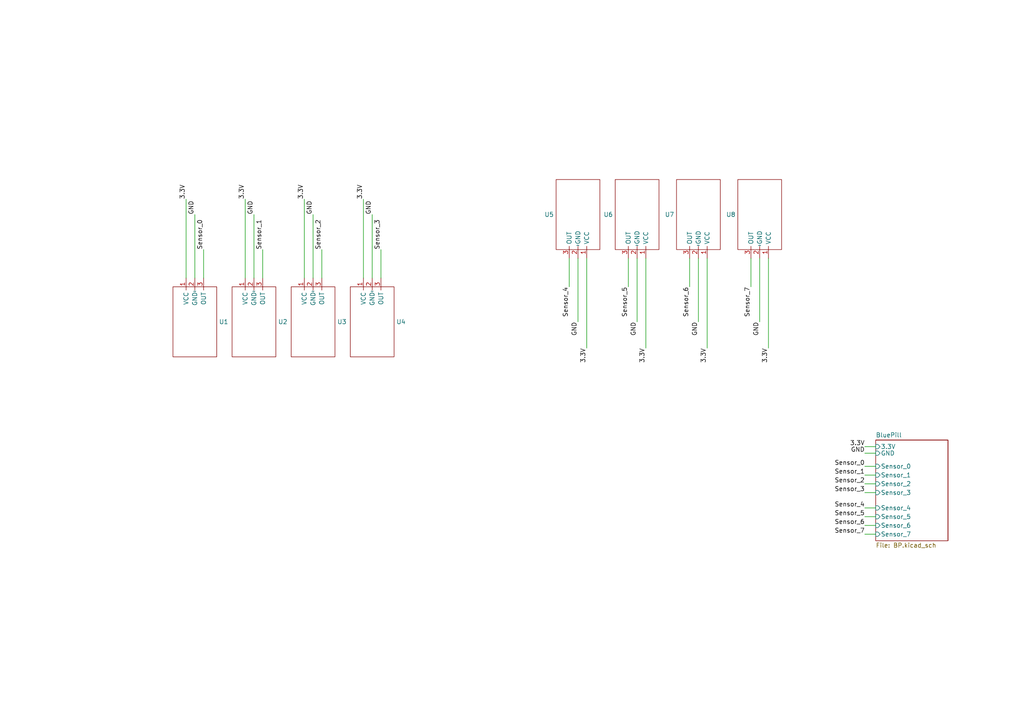
<source format=kicad_sch>
(kicad_sch (version 20230121) (generator eeschema)
  (paper "A4")
  (lib_symbols
    (symbol "Sensor_IR_MH_1"
      (property "Reference" "U" (at -1.27 -8.89 0))
      (symbol "Sensor_IR_MH_1_0_1"
        (polyline (pts (xy -6.35 1.27) (xy 6.35 1.27) (xy 6.35 -19.05) (xy -6.35 -19.05) (xy -6.35 1.27)))
      )
      (symbol "Sensor_IR_MH_1_1_1"
        (pin input line (at -2.54 3.81 270) (length 3.5) (name "VCC") (number "1"))
        (pin input line (at 0 3.81 270) (length 3.5) (name "GND") (number "2"))
        (pin output line (at 2.54 3.81 270) (length 3.5) (name "OUT") (number "3"))
      )
    )
  )
  (wire (pts (xy 165.1 83.185) (xy 165.1 74.93)))
  (wire (pts (xy 93.345 72.39) (xy 93.345 80.645)))
  (wire (pts (xy 250.825 142.875) (xy 254 142.875)))
  (wire (pts (xy 222.885 74.93) (xy 222.885 100.965)))
  (wire (pts (xy 250.825 152.4) (xy 254 152.4)))
  (wire (pts (xy 202.565 93.345) (xy 202.565 74.93)))
  (wire (pts (xy 59.055 72.39) (xy 59.055 80.645)))
  (wire (pts (xy 56.515 62.23) (xy 56.515 80.645)))
  (wire (pts (xy 200.025 83.185) (xy 200.025 74.93)))
  (wire (pts (xy 182.245 83.185) (xy 182.245 74.93)))
  (wire (pts (xy 217.805 83.185) (xy 217.805 74.93)))
  (wire (pts (xy 220.345 93.345) (xy 220.345 74.93)))
  (wire (pts (xy 187.325 74.93) (xy 187.325 100.965)))
  (wire (pts (xy 110.49 72.39) (xy 110.49 80.645)))
  (wire (pts (xy 250.825 140.335) (xy 254 140.335)))
  (wire (pts (xy 71.12 57.785) (xy 71.12 80.645)))
  (wire (pts (xy 76.2 72.39) (xy 76.2 80.645)))
  (wire (pts (xy 250.825 149.86) (xy 254 149.86)))
  (wire (pts (xy 250.825 131.445) (xy 254 131.445)))
  (wire (pts (xy 53.975 57.785) (xy 53.975 80.645)))
  (wire (pts (xy 184.785 93.345) (xy 184.785 74.93)))
  (wire (pts (xy 250.825 154.94) (xy 254 154.94)))
  (wire (pts (xy 250.825 137.795) (xy 254 137.795)))
  (wire (pts (xy 167.64 93.345) (xy 167.64 74.93)))
  (wire (pts (xy 105.41 57.785) (xy 105.41 80.645)))
  (wire (pts (xy 88.265 57.785) (xy 88.265 80.645)))
  (wire (pts (xy 250.825 135.255) (xy 254 135.255)))
  (wire (pts (xy 107.95 62.23) (xy 107.95 80.645)))
  (wire (pts (xy 205.105 74.93) (xy 205.105 100.965)))
  (wire (pts (xy 73.66 62.23) (xy 73.66 80.645)))
  (wire (pts (xy 90.805 62.23) (xy 90.805 80.645)))
  (wire (pts (xy 170.18 74.93) (xy 170.18 100.965)))
  (wire (pts (xy 250.825 129.54) (xy 254 129.54)))
  (wire (pts (xy 250.825 147.32) (xy 254 147.32)))
  (label "GND" (at 184.785 93.345 270))
  (label "Sensor_0" (at 59.055 72.39 90))
  (label "GND" (at 167.64 93.345 270))
  (label "Sensor_2" (at 93.345 72.39 90))
  (label "Sensor_1" (at 250.825 137.795 180))
  (label "GND" (at 73.66 62.23 90))
  (label "3.3V" (at 71.12 57.785 90))
  (label "Sensor_5" (at 250.825 149.86 180))
  (label "3.3V" (at 222.885 100.965 270))
  (label "3.3V" (at 205.105 100.965 270))
  (label "GND" (at 56.515 62.23 90))
  (label "3.3V" (at 53.975 57.785 90))
  (label "Sensor_0" (at 250.825 135.255 180))
  (label "Sensor_2" (at 250.825 140.335 180))
  (label "GND" (at 250.825 131.445 180))
  (label "Sensor_3" (at 110.49 72.39 90))
  (label "GND" (at 202.565 93.345 270))
  (label "Sensor_6" (at 250.825 152.4 180))
  (label "Sensor_4" (at 250.825 147.32 180))
  (label "Sensor_6" (at 200.025 83.185 270))
  (label "3.3V" (at 250.825 129.54 180))
  (label "GND" (at 107.95 62.23 90))
  (label "GND" (at 90.805 62.23 90))
  (label "Sensor_4" (at 165.1 83.185 270))
  (label "Sensor_7" (at 217.805 83.185 270))
  (label "3.3V" (at 170.18 100.965 270))
  (label "3.3V" (at 88.265 57.785 90))
  (label "Sensor_5" (at 182.245 83.185 270))
  (label "Sensor_1" (at 76.2 72.39 90))
  (label "3.3V" (at 187.325 100.965 270))
  (label "Sensor_7" (at 250.825 154.94 180))
  (label "GND" (at 220.345 93.345 270))
  (label "Sensor_3" (at 250.825 142.875 180))
  (label "3.3V" (at 105.41 57.785 90))
  (symbol (lib_name "Sensor_IR_MH_1") (lib_id "Wen_2:Sensor_IR_MH") (at 167.64 71.12 180) (unit 1)
    (property "Reference" "U5" (at 160.655 62.23 0) (effects (justify left)))
    (property "Value" "~" (at 167.64 71.12 0))
    (property "Footprint" "Connector_PinHeader_2.54mm:PinHeader_1x03_P2.54mm_Vertical" (effects hide))
  )
  (symbol (lib_name "Sensor_IR_MH_1") (lib_id "Wen_2:Sensor_IR_MH") (at 184.785 71.12 180) (unit 1)
    (property "Reference" "U6" (at 177.8 62.23 0) (effects (justify left)))
    (property "Value" "~" (at 184.785 71.12 0))
    (property "Footprint" "Connector_PinHeader_2.54mm:PinHeader_1x03_P2.54mm_Vertical" (effects hide))
  )
  (symbol (lib_name "Sensor_IR_MH_1") (lib_id "Wen_2:Sensor_IR_MH") (at 202.565 71.12 180) (unit 1)
    (property "Reference" "U7" (at 195.58 62.23 0) (effects (justify left)))
    (property "Value" "~" (at 202.565 71.12 0))
    (property "Footprint" "Connector_PinHeader_2.54mm:PinHeader_1x03_P2.54mm_Vertical" (effects hide))
  )
  (symbol (lib_name "Sensor_IR_MH_1") (lib_id "Wen_2:Sensor_IR_MH") (at 90.805 84.455 0) (unit 1)
    (property "Reference" "U3" (at 97.79 93.345 0) (effects (justify left)))
    (property "Value" "~" (at 90.805 84.455 0))
    (property "Footprint" "Connector_PinHeader_2.54mm:PinHeader_1x03_P2.54mm_Vertical" (effects hide))
  )
  (symbol (lib_name "Sensor_IR_MH_1") (lib_id "Wen_2:Sensor_IR_MH") (at 73.66 84.455 0) (unit 1)
    (property "Reference" "U2" (at 80.645 93.345 0) (effects (justify left)))
    (property "Value" "~" (at 73.66 84.455 0))
    (property "Footprint" "Connector_PinHeader_2.54mm:PinHeader_1x03_P2.54mm_Vertical" (effects hide))
  )
  (symbol (lib_name "Sensor_IR_MH_1") (lib_id "Wen_2:Sensor_IR_MH") (at 220.345 71.12 180) (unit 1)
    (property "Reference" "U8" (at 213.36 62.23 0) (effects (justify left)))
    (property "Value" "~" (at 220.345 71.12 0))
    (property "Footprint" "Connector_PinHeader_2.54mm:PinHeader_1x03_P2.54mm_Vertical" (effects hide))
  )
  (symbol (lib_name "Sensor_IR_MH_1") (lib_id "Wen_2:Sensor_IR_MH") (at 56.515 84.455 0) (unit 1)
    (property "Reference" "U1" (at 63.5 93.345 0) (effects (justify left)))
    (property "Value" "~" (at 56.515 84.455 0))
    (property "Footprint" "Connector_PinHeader_2.54mm:PinHeader_1x03_P2.54mm_Vertical" (effects hide))
  )
  (symbol (lib_name "Sensor_IR_MH_1") (lib_id "Wen_2:Sensor_IR_MH") (at 107.95 84.455 0) (unit 1)
    (property "Reference" "U4" (at 114.935 93.345 0) (effects (justify left)))
    (property "Value" "~" (at 107.95 84.455 0))
    (property "Footprint" "Connector_PinHeader_2.54mm:PinHeader_1x03_P2.54mm_Vertical" (effects hide))
  )
  (sheet (at 254 127.635) (size 20.955 29.21) (stroke (width 0.1524))
    (property "Sheetname" "BluePill" (at 254 126.9234 0) (effects (justify left bottom)))
    (property "Sheetfile" "BP.kicad_sch" (at 254 157.4296 0) (effects (justify left top)))
    (pin "Sensor_0" input (at 254 135.255 180))
    (pin "Sensor_2" input (at 254 140.335 180))
    (pin "Sensor_1" input (at 254 137.795 180))
    (pin "Sensor_3" input (at 254 142.875 180))
    (pin "Sensor_4" input (at 254 147.32 180))
    (pin "GND" input (at 254 131.445 180))
    (pin "Sensor_5" input (at 254 149.86 180))
    (pin "Sensor_6" input (at 254 152.4 180))
    (pin "Sensor_7" input (at 254 154.94 180))
    (pin "3.3V" input (at 254 129.54 180))
  )
)
</source>
